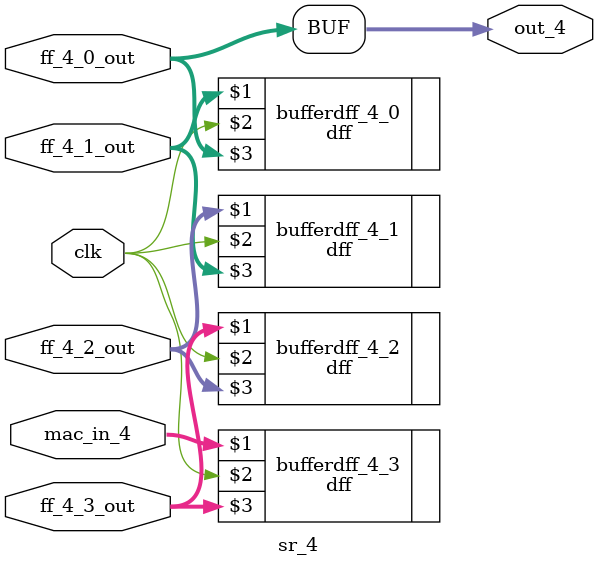
<source format=v>
module sr_4 (mac_in_4, ff_4_3_out, ff_4_2_out, ff_4_1_out, ff_4_0_out, clk, out_4);

	input				[18:0] mac_in_4;
	input 				[18:0] ff_4_3_out, ff_4_2_out, ff_4_1_out, ff_4_0_out;
	input				clk;
	
	output			[18:0]	out_4;
	
	
	dff       		bufferdff_4_3(mac_in_4, clk, ff_4_3_out);
	dff	   		bufferdff_4_2(ff_4_3_out, clk, ff_4_2_out);
	dff	    		bufferdff_4_1(ff_4_2_out, clk, ff_4_1_out);
	dff	   		bufferdff_4_0(ff_4_1_out, clk, ff_4_0_out);
	
	
	assign out_4 = ff_4_0_out;
	
	
endmodule
</source>
